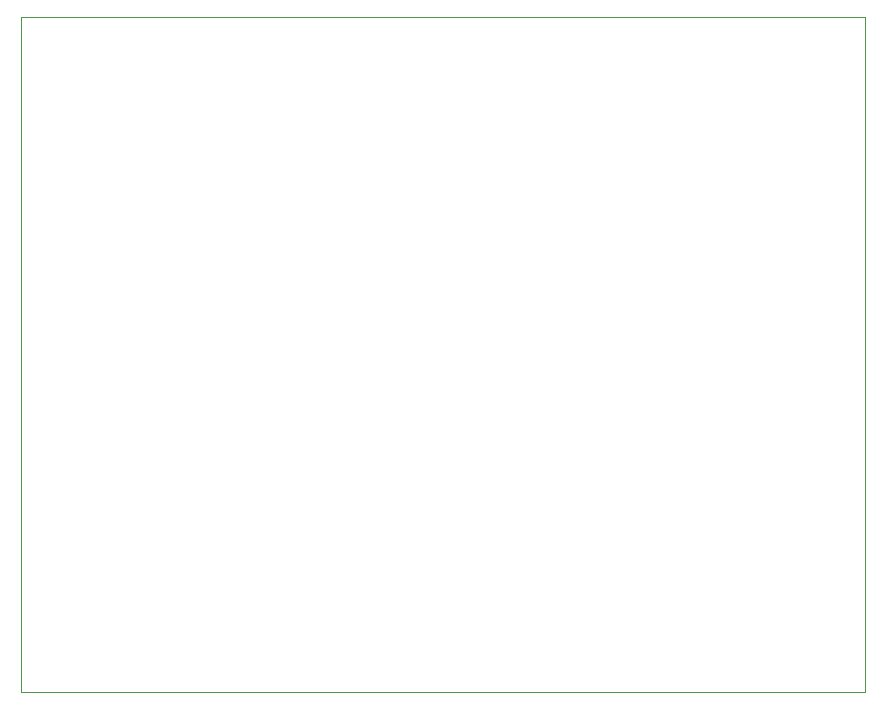
<source format=gbr>
%TF.GenerationSoftware,KiCad,Pcbnew,9.0.7*%
%TF.CreationDate,2026-02-07T12:31:03+00:00*%
%TF.ProjectId,micro discord board,6d696372-6f20-4646-9973-636f72642062,rev?*%
%TF.SameCoordinates,Original*%
%TF.FileFunction,Profile,NP*%
%FSLAX46Y46*%
G04 Gerber Fmt 4.6, Leading zero omitted, Abs format (unit mm)*
G04 Created by KiCad (PCBNEW 9.0.7) date 2026-02-07 12:31:03*
%MOMM*%
%LPD*%
G01*
G04 APERTURE LIST*
%TA.AperFunction,Profile*%
%ADD10C,0.050000*%
%TD*%
G04 APERTURE END LIST*
D10*
X73818750Y-35718750D02*
X145256250Y-35718750D01*
X145256250Y-92868750D01*
X73818750Y-92868750D01*
X73818750Y-35718750D01*
M02*

</source>
